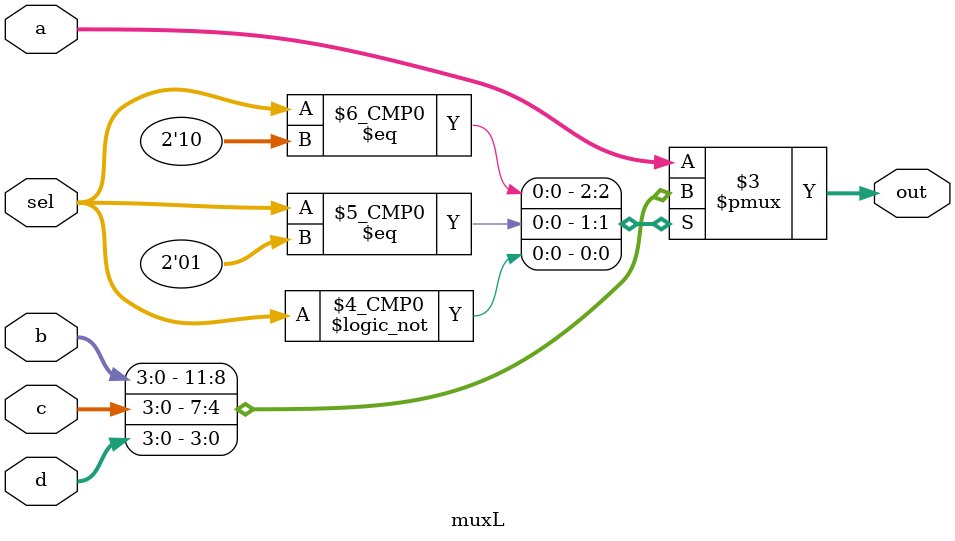
<source format=v>
`timescale 1ns / 1ps
module muxL(   input [3:0] a, b, c, d,
               input [1:0] sel,
               output reg [3:0] out );


always @(*)
begin
    case (sel)
        2'b10: out = b;
        2'b01: out = c;
        2'b00: out = d;
        default: out = a;
    endcase
end
endmodule

</source>
